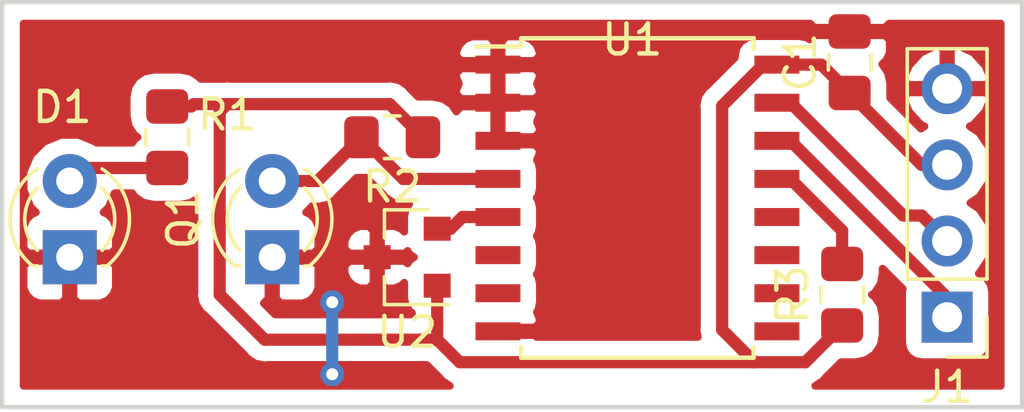
<source format=kicad_pcb>
(kicad_pcb (version 20171130) (host pcbnew 5.0.2-5.0.2)

  (general
    (thickness 1.6)
    (drawings 4)
    (tracks 45)
    (zones 0)
    (modules 9)
    (nets 15)
  )

  (page A4)
  (layers
    (0 F.Cu signal)
    (31 B.Cu signal)
    (32 B.Adhes user hide)
    (33 F.Adhes user)
    (34 B.Paste user hide)
    (35 F.Paste user)
    (36 B.SilkS user hide)
    (37 F.SilkS user)
    (38 B.Mask user hide)
    (39 F.Mask user)
    (40 Dwgs.User user)
    (41 Cmts.User user hide)
    (42 Eco1.User user hide)
    (43 Eco2.User user hide)
    (44 Edge.Cuts user)
    (45 Margin user hide)
    (46 B.CrtYd user hide)
    (47 F.CrtYd user)
    (48 B.Fab user hide)
    (49 F.Fab user hide)
  )

  (setup
    (last_trace_width 0.4064)
    (user_trace_width 0.4064)
    (trace_clearance 0.2)
    (zone_clearance 0.508)
    (zone_45_only no)
    (trace_min 0.4064)
    (segment_width 0.2)
    (edge_width 0.15)
    (via_size 0.8)
    (via_drill 0.4)
    (via_min_size 0.4)
    (via_min_drill 0.3)
    (uvia_size 0.3)
    (uvia_drill 0.1)
    (uvias_allowed no)
    (uvia_min_size 0.2)
    (uvia_min_drill 0.1)
    (pcb_text_width 0.3)
    (pcb_text_size 1.5 1.5)
    (mod_edge_width 0.15)
    (mod_text_size 1 1)
    (mod_text_width 0.15)
    (pad_size 1.524 1.524)
    (pad_drill 0.762)
    (pad_to_mask_clearance 0.051)
    (solder_mask_min_width 0.25)
    (aux_axis_origin 0 0)
    (visible_elements FFFFFF7F)
    (pcbplotparams
      (layerselection 0x010fc_ffffffff)
      (usegerberextensions false)
      (usegerberattributes false)
      (usegerberadvancedattributes false)
      (creategerberjobfile false)
      (excludeedgelayer true)
      (linewidth 0.100000)
      (plotframeref false)
      (viasonmask false)
      (mode 1)
      (useauxorigin false)
      (hpglpennumber 1)
      (hpglpenspeed 20)
      (hpglpendiameter 15.000000)
      (psnegative false)
      (psa4output false)
      (plotreference true)
      (plotvalue true)
      (plotinvisibletext false)
      (padsonsilk false)
      (subtractmaskfromsilk false)
      (outputformat 1)
      (mirror false)
      (drillshape 1)
      (scaleselection 1)
      (outputdirectory ""))
  )

  (net 0 "")
  (net 1 +3V3)
  (net 2 /HALL_OUT)
  (net 3 GND)
  (net 4 /IR_OUT)
  (net 5 "Net-(U1-Pad6)")
  (net 6 "Net-(U1-Pad7)")
  (net 7 "Net-(U1-Pad9)")
  (net 8 "Net-(U1-Pad10)")
  (net 9 "Net-(U1-Pad11)")
  (net 10 "Net-(U1-Pad12)")
  (net 11 "Net-(R3-Pad2)")
  (net 12 "Net-(J1-Pad1)")
  (net 13 "Net-(J1-Pad2)")
  (net 14 "Net-(D1-Pad2)")

  (net_class Default "This is the default net class."
    (clearance 0.2)
    (trace_width 0.4064)
    (via_dia 0.8)
    (via_drill 0.4)
    (uvia_dia 0.3)
    (uvia_drill 0.1)
    (diff_pair_gap 0.25)
    (diff_pair_width 0.4064)
    (add_net +3V3)
    (add_net /HALL_OUT)
    (add_net /IR_OUT)
    (add_net GND)
    (add_net "Net-(D1-Pad2)")
    (add_net "Net-(J1-Pad1)")
    (add_net "Net-(J1-Pad2)")
    (add_net "Net-(R3-Pad2)")
    (add_net "Net-(U1-Pad10)")
    (add_net "Net-(U1-Pad11)")
    (add_net "Net-(U1-Pad12)")
    (add_net "Net-(U1-Pad6)")
    (add_net "Net-(U1-Pad7)")
    (add_net "Net-(U1-Pad9)")
  )

  (module Capacitor_SMD:C_0805_2012Metric_Pad1.15x1.40mm_HandSolder (layer F.Cu) (tedit 5B36C52B) (tstamp 5C8A3E19)
    (at 73.5 93.5 180)
    (descr "Capacitor SMD 0805 (2012 Metric), square (rectangular) end terminal, IPC_7351 nominal with elongated pad for handsoldering. (Body size source: https://docs.google.com/spreadsheets/d/1BsfQQcO9C6DZCsRaXUlFlo91Tg2WpOkGARC1WS5S8t0/edit?usp=sharing), generated with kicad-footprint-generator")
    (tags "capacitor handsolder")
    (path /5C7DBB17)
    (attr smd)
    (fp_text reference R2 (at 0 -1.65 180) (layer F.SilkS)
      (effects (font (size 1 1) (thickness 0.15)))
    )
    (fp_text value 10k (at 0 1.65 180) (layer F.Fab)
      (effects (font (size 1 1) (thickness 0.15)))
    )
    (fp_line (start -1 0.6) (end -1 -0.6) (layer F.Fab) (width 0.1))
    (fp_line (start -1 -0.6) (end 1 -0.6) (layer F.Fab) (width 0.1))
    (fp_line (start 1 -0.6) (end 1 0.6) (layer F.Fab) (width 0.1))
    (fp_line (start 1 0.6) (end -1 0.6) (layer F.Fab) (width 0.1))
    (fp_line (start -0.261252 -0.71) (end 0.261252 -0.71) (layer F.SilkS) (width 0.12))
    (fp_line (start -0.261252 0.71) (end 0.261252 0.71) (layer F.SilkS) (width 0.12))
    (fp_line (start -1.85 0.95) (end -1.85 -0.95) (layer F.CrtYd) (width 0.05))
    (fp_line (start -1.85 -0.95) (end 1.85 -0.95) (layer F.CrtYd) (width 0.05))
    (fp_line (start 1.85 -0.95) (end 1.85 0.95) (layer F.CrtYd) (width 0.05))
    (fp_line (start 1.85 0.95) (end -1.85 0.95) (layer F.CrtYd) (width 0.05))
    (fp_text user %R (at 0 0 180) (layer F.Fab)
      (effects (font (size 0.5 0.5) (thickness 0.08)))
    )
    (pad 1 smd roundrect (at -1.025 0 180) (size 1.15 1.4) (layers F.Cu F.Paste F.Mask) (roundrect_rratio 0.217391)
      (net 1 +3V3))
    (pad 2 smd roundrect (at 1.025 0 180) (size 1.15 1.4) (layers F.Cu F.Paste F.Mask) (roundrect_rratio 0.217391)
      (net 4 /IR_OUT))
    (model ${KISYS3DMOD}/Capacitor_SMD.3dshapes/C_0805_2012Metric.wrl
      (at (xyz 0 0 0))
      (scale (xyz 1 1 1))
      (rotate (xyz 0 0 0))
    )
  )

  (module Capacitor_SMD:C_0805_2012Metric_Pad1.15x1.40mm_HandSolder (layer F.Cu) (tedit 5B36C52B) (tstamp 5C8A3E08)
    (at 66 93.5 270)
    (descr "Capacitor SMD 0805 (2012 Metric), square (rectangular) end terminal, IPC_7351 nominal with elongated pad for handsoldering. (Body size source: https://docs.google.com/spreadsheets/d/1BsfQQcO9C6DZCsRaXUlFlo91Tg2WpOkGARC1WS5S8t0/edit?usp=sharing), generated with kicad-footprint-generator")
    (tags "capacitor handsolder")
    (path /5C7D949D)
    (attr smd)
    (fp_text reference R1 (at -0.75 -2) (layer F.SilkS)
      (effects (font (size 1 1) (thickness 0.15)))
    )
    (fp_text value 39 (at 0 1.65 270) (layer F.Fab)
      (effects (font (size 1 1) (thickness 0.15)))
    )
    (fp_text user %R (at 0 0 270) (layer F.Fab)
      (effects (font (size 0.5 0.5) (thickness 0.08)))
    )
    (fp_line (start 1.85 0.95) (end -1.85 0.95) (layer F.CrtYd) (width 0.05))
    (fp_line (start 1.85 -0.95) (end 1.85 0.95) (layer F.CrtYd) (width 0.05))
    (fp_line (start -1.85 -0.95) (end 1.85 -0.95) (layer F.CrtYd) (width 0.05))
    (fp_line (start -1.85 0.95) (end -1.85 -0.95) (layer F.CrtYd) (width 0.05))
    (fp_line (start -0.261252 0.71) (end 0.261252 0.71) (layer F.SilkS) (width 0.12))
    (fp_line (start -0.261252 -0.71) (end 0.261252 -0.71) (layer F.SilkS) (width 0.12))
    (fp_line (start 1 0.6) (end -1 0.6) (layer F.Fab) (width 0.1))
    (fp_line (start 1 -0.6) (end 1 0.6) (layer F.Fab) (width 0.1))
    (fp_line (start -1 -0.6) (end 1 -0.6) (layer F.Fab) (width 0.1))
    (fp_line (start -1 0.6) (end -1 -0.6) (layer F.Fab) (width 0.1))
    (pad 2 smd roundrect (at 1.025 0 270) (size 1.15 1.4) (layers F.Cu F.Paste F.Mask) (roundrect_rratio 0.217391)
      (net 14 "Net-(D1-Pad2)"))
    (pad 1 smd roundrect (at -1.025 0 270) (size 1.15 1.4) (layers F.Cu F.Paste F.Mask) (roundrect_rratio 0.217391)
      (net 1 +3V3))
    (model ${KISYS3DMOD}/Capacitor_SMD.3dshapes/C_0805_2012Metric.wrl
      (at (xyz 0 0 0))
      (scale (xyz 1 1 1))
      (rotate (xyz 0 0 0))
    )
  )

  (module Capacitor_SMD:C_0805_2012Metric_Pad1.15x1.40mm_HandSolder (layer F.Cu) (tedit 5B36C52B) (tstamp 5C8A3DF7)
    (at 88.75 91 90)
    (descr "Capacitor SMD 0805 (2012 Metric), square (rectangular) end terminal, IPC_7351 nominal with elongated pad for handsoldering. (Body size source: https://docs.google.com/spreadsheets/d/1BsfQQcO9C6DZCsRaXUlFlo91Tg2WpOkGARC1WS5S8t0/edit?usp=sharing), generated with kicad-footprint-generator")
    (tags "capacitor handsolder")
    (path /5C7D40AC)
    (attr smd)
    (fp_text reference C1 (at 0 -1.65 90) (layer F.SilkS)
      (effects (font (size 1 1) (thickness 0.15)))
    )
    (fp_text value 100nF (at 0 1.65 90) (layer F.Fab)
      (effects (font (size 1 1) (thickness 0.15)))
    )
    (fp_line (start -1 0.6) (end -1 -0.6) (layer F.Fab) (width 0.1))
    (fp_line (start -1 -0.6) (end 1 -0.6) (layer F.Fab) (width 0.1))
    (fp_line (start 1 -0.6) (end 1 0.6) (layer F.Fab) (width 0.1))
    (fp_line (start 1 0.6) (end -1 0.6) (layer F.Fab) (width 0.1))
    (fp_line (start -0.261252 -0.71) (end 0.261252 -0.71) (layer F.SilkS) (width 0.12))
    (fp_line (start -0.261252 0.71) (end 0.261252 0.71) (layer F.SilkS) (width 0.12))
    (fp_line (start -1.85 0.95) (end -1.85 -0.95) (layer F.CrtYd) (width 0.05))
    (fp_line (start -1.85 -0.95) (end 1.85 -0.95) (layer F.CrtYd) (width 0.05))
    (fp_line (start 1.85 -0.95) (end 1.85 0.95) (layer F.CrtYd) (width 0.05))
    (fp_line (start 1.85 0.95) (end -1.85 0.95) (layer F.CrtYd) (width 0.05))
    (fp_text user %R (at 0 0 90) (layer F.Fab)
      (effects (font (size 0.5 0.5) (thickness 0.08)))
    )
    (pad 1 smd roundrect (at -1.025 0 90) (size 1.15 1.4) (layers F.Cu F.Paste F.Mask) (roundrect_rratio 0.217391)
      (net 1 +3V3))
    (pad 2 smd roundrect (at 1.025 0 90) (size 1.15 1.4) (layers F.Cu F.Paste F.Mask) (roundrect_rratio 0.217391)
      (net 3 GND))
    (model ${KISYS3DMOD}/Capacitor_SMD.3dshapes/C_0805_2012Metric.wrl
      (at (xyz 0 0 0))
      (scale (xyz 1 1 1))
      (rotate (xyz 0 0 0))
    )
  )

  (module Connector_PinHeader_2.54mm:PinHeader_1x04_P2.54mm_Vertical (layer F.Cu) (tedit 59FED5CC) (tstamp 5C8A3DE6)
    (at 92 99.5 180)
    (descr "Through hole straight pin header, 1x04, 2.54mm pitch, single row")
    (tags "Through hole pin header THT 1x04 2.54mm single row")
    (path /5C7D36D3)
    (fp_text reference J1 (at 0 -2.33 180) (layer F.SilkS)
      (effects (font (size 1 1) (thickness 0.15)))
    )
    (fp_text value "Connector for motherboard" (at 0 9.95 180) (layer F.Fab)
      (effects (font (size 1 1) (thickness 0.15)))
    )
    (fp_line (start -0.635 -1.27) (end 1.27 -1.27) (layer F.Fab) (width 0.1))
    (fp_line (start 1.27 -1.27) (end 1.27 8.89) (layer F.Fab) (width 0.1))
    (fp_line (start 1.27 8.89) (end -1.27 8.89) (layer F.Fab) (width 0.1))
    (fp_line (start -1.27 8.89) (end -1.27 -0.635) (layer F.Fab) (width 0.1))
    (fp_line (start -1.27 -0.635) (end -0.635 -1.27) (layer F.Fab) (width 0.1))
    (fp_line (start -1.33 8.95) (end 1.33 8.95) (layer F.SilkS) (width 0.12))
    (fp_line (start -1.33 1.27) (end -1.33 8.95) (layer F.SilkS) (width 0.12))
    (fp_line (start 1.33 1.27) (end 1.33 8.95) (layer F.SilkS) (width 0.12))
    (fp_line (start -1.33 1.27) (end 1.33 1.27) (layer F.SilkS) (width 0.12))
    (fp_line (start -1.33 0) (end -1.33 -1.33) (layer F.SilkS) (width 0.12))
    (fp_line (start -1.33 -1.33) (end 0 -1.33) (layer F.SilkS) (width 0.12))
    (fp_line (start -1.8 -1.8) (end -1.8 9.4) (layer F.CrtYd) (width 0.05))
    (fp_line (start -1.8 9.4) (end 1.8 9.4) (layer F.CrtYd) (width 0.05))
    (fp_line (start 1.8 9.4) (end 1.8 -1.8) (layer F.CrtYd) (width 0.05))
    (fp_line (start 1.8 -1.8) (end -1.8 -1.8) (layer F.CrtYd) (width 0.05))
    (fp_text user %R (at 0 3.81 270) (layer F.Fab)
      (effects (font (size 1 1) (thickness 0.15)))
    )
    (pad 1 thru_hole rect (at 0 0 180) (size 1.7 1.7) (drill 1) (layers *.Cu *.Mask)
      (net 12 "Net-(J1-Pad1)"))
    (pad 2 thru_hole oval (at 0 2.54 180) (size 1.7 1.7) (drill 1) (layers *.Cu *.Mask)
      (net 13 "Net-(J1-Pad2)"))
    (pad 3 thru_hole oval (at 0 5.08 180) (size 1.7 1.7) (drill 1) (layers *.Cu *.Mask)
      (net 1 +3V3))
    (pad 4 thru_hole oval (at 0 7.62 180) (size 1.7 1.7) (drill 1) (layers *.Cu *.Mask)
      (net 3 GND))
    (model ${KISYS3DMOD}/Connector_PinHeader_2.54mm.3dshapes/PinHeader_1x04_P2.54mm_Vertical.wrl
      (at (xyz 0 0 0))
      (scale (xyz 1 1 1))
      (rotate (xyz 0 0 0))
    )
  )

  (module Package_TO_SOT_SMD:SOT-23 (layer F.Cu) (tedit 5A02FF57) (tstamp 5C8A3D3A)
    (at 74 97.5 180)
    (descr "SOT-23, Standard")
    (tags SOT-23)
    (path /5C7D5CA9)
    (attr smd)
    (fp_text reference U2 (at 0 -2.5 180) (layer F.SilkS)
      (effects (font (size 1 1) (thickness 0.15)))
    )
    (fp_text value SS360PT (at 0 2.5 180) (layer F.Fab)
      (effects (font (size 1 1) (thickness 0.15)))
    )
    (fp_text user %R (at 0 0 270) (layer F.Fab)
      (effects (font (size 0.5 0.5) (thickness 0.075)))
    )
    (fp_line (start -0.7 -0.95) (end -0.7 1.5) (layer F.Fab) (width 0.1))
    (fp_line (start -0.15 -1.52) (end 0.7 -1.52) (layer F.Fab) (width 0.1))
    (fp_line (start -0.7 -0.95) (end -0.15 -1.52) (layer F.Fab) (width 0.1))
    (fp_line (start 0.7 -1.52) (end 0.7 1.52) (layer F.Fab) (width 0.1))
    (fp_line (start -0.7 1.52) (end 0.7 1.52) (layer F.Fab) (width 0.1))
    (fp_line (start 0.76 1.58) (end 0.76 0.65) (layer F.SilkS) (width 0.12))
    (fp_line (start 0.76 -1.58) (end 0.76 -0.65) (layer F.SilkS) (width 0.12))
    (fp_line (start -1.7 -1.75) (end 1.7 -1.75) (layer F.CrtYd) (width 0.05))
    (fp_line (start 1.7 -1.75) (end 1.7 1.75) (layer F.CrtYd) (width 0.05))
    (fp_line (start 1.7 1.75) (end -1.7 1.75) (layer F.CrtYd) (width 0.05))
    (fp_line (start -1.7 1.75) (end -1.7 -1.75) (layer F.CrtYd) (width 0.05))
    (fp_line (start 0.76 -1.58) (end -1.4 -1.58) (layer F.SilkS) (width 0.12))
    (fp_line (start 0.76 1.58) (end -0.7 1.58) (layer F.SilkS) (width 0.12))
    (pad 1 smd rect (at -1 -0.95 180) (size 0.9 0.8) (layers F.Cu F.Paste F.Mask)
      (net 1 +3V3))
    (pad 2 smd rect (at -1 0.95 180) (size 0.9 0.8) (layers F.Cu F.Paste F.Mask)
      (net 2 /HALL_OUT))
    (pad 3 smd rect (at 1 0 180) (size 0.9 0.8) (layers F.Cu F.Paste F.Mask)
      (net 3 GND))
    (model ${KISYS3DMOD}/Package_TO_SOT_SMD.3dshapes/SOT-23.wrl
      (at (xyz 0 0 0))
      (scale (xyz 1 1 1))
      (rotate (xyz 0 0 0))
    )
  )

  (module Capacitor_SMD:C_0805_2012Metric_Pad1.15x1.40mm_HandSolder (layer F.Cu) (tedit 5B36C52B) (tstamp 5C89ED74)
    (at 88.5 98.75 90)
    (descr "Capacitor SMD 0805 (2012 Metric), square (rectangular) end terminal, IPC_7351 nominal with elongated pad for handsoldering. (Body size source: https://docs.google.com/spreadsheets/d/1BsfQQcO9C6DZCsRaXUlFlo91Tg2WpOkGARC1WS5S8t0/edit?usp=sharing), generated with kicad-footprint-generator")
    (tags "capacitor handsolder")
    (path /5C7D398F)
    (attr smd)
    (fp_text reference R3 (at 0 -1.65 90) (layer F.SilkS)
      (effects (font (size 1 1) (thickness 0.15)))
    )
    (fp_text value 2k (at 0 1.65 90) (layer F.Fab)
      (effects (font (size 1 1) (thickness 0.15)))
    )
    (fp_text user %R (at 0 0 90) (layer F.Fab)
      (effects (font (size 0.5 0.5) (thickness 0.08)))
    )
    (fp_line (start 1.85 0.95) (end -1.85 0.95) (layer F.CrtYd) (width 0.05))
    (fp_line (start 1.85 -0.95) (end 1.85 0.95) (layer F.CrtYd) (width 0.05))
    (fp_line (start -1.85 -0.95) (end 1.85 -0.95) (layer F.CrtYd) (width 0.05))
    (fp_line (start -1.85 0.95) (end -1.85 -0.95) (layer F.CrtYd) (width 0.05))
    (fp_line (start -0.261252 0.71) (end 0.261252 0.71) (layer F.SilkS) (width 0.12))
    (fp_line (start -0.261252 -0.71) (end 0.261252 -0.71) (layer F.SilkS) (width 0.12))
    (fp_line (start 1 0.6) (end -1 0.6) (layer F.Fab) (width 0.1))
    (fp_line (start 1 -0.6) (end 1 0.6) (layer F.Fab) (width 0.1))
    (fp_line (start -1 -0.6) (end 1 -0.6) (layer F.Fab) (width 0.1))
    (fp_line (start -1 0.6) (end -1 -0.6) (layer F.Fab) (width 0.1))
    (pad 2 smd roundrect (at 1.025 0 90) (size 1.15 1.4) (layers F.Cu F.Paste F.Mask) (roundrect_rratio 0.217391)
      (net 11 "Net-(R3-Pad2)"))
    (pad 1 smd roundrect (at -1.025 0 90) (size 1.15 1.4) (layers F.Cu F.Paste F.Mask) (roundrect_rratio 0.217391)
      (net 1 +3V3))
    (model ${KISYS3DMOD}/Capacitor_SMD.3dshapes/C_0805_2012Metric.wrl
      (at (xyz 0 0 0))
      (scale (xyz 1 1 1))
      (rotate (xyz 0 0 0))
    )
  )

  (module LED_THT:LED_D3.0mm_Clear (layer F.Cu) (tedit 5A6C9BC0) (tstamp 5C89ED18)
    (at 69.5 97.5 90)
    (descr "IR-LED, diameter 3.0mm, 2 pins, color: clear")
    (tags "IR infrared LED diameter 3.0mm 2 pins clear")
    (path /5C7D7FA3)
    (fp_text reference Q1 (at 1.27 -2.96 90) (layer F.SilkS)
      (effects (font (size 1 1) (thickness 0.15)))
    )
    (fp_text value LL-304PTC4B-1AD (at 1.27 2.96 90) (layer F.Fab)
      (effects (font (size 1 1) (thickness 0.15)))
    )
    (fp_text user %R (at 1.47 0 90) (layer F.Fab)
      (effects (font (size 0.8 0.8) (thickness 0.12)))
    )
    (fp_line (start -0.23 -1.16619) (end -0.23 1.16619) (layer F.Fab) (width 0.1))
    (fp_line (start -0.29 -1.236) (end -0.29 -1.08) (layer F.SilkS) (width 0.12))
    (fp_line (start -0.29 1.08) (end -0.29 1.236) (layer F.SilkS) (width 0.12))
    (fp_line (start -1.15 -2.25) (end -1.15 2.25) (layer F.CrtYd) (width 0.05))
    (fp_line (start -1.15 2.25) (end 3.7 2.25) (layer F.CrtYd) (width 0.05))
    (fp_line (start 3.7 2.25) (end 3.7 -2.25) (layer F.CrtYd) (width 0.05))
    (fp_line (start 3.7 -2.25) (end -1.15 -2.25) (layer F.CrtYd) (width 0.05))
    (fp_circle (center 1.27 0) (end 2.77 0) (layer F.Fab) (width 0.1))
    (fp_arc (start 1.27 0) (end -0.23 -1.16619) (angle 284.3) (layer F.Fab) (width 0.1))
    (fp_arc (start 1.27 0) (end -0.29 -1.235516) (angle 108.8) (layer F.SilkS) (width 0.12))
    (fp_arc (start 1.27 0) (end -0.29 1.235516) (angle -108.8) (layer F.SilkS) (width 0.12))
    (fp_arc (start 1.27 0) (end 0.229039 -1.08) (angle 87.9) (layer F.SilkS) (width 0.12))
    (fp_arc (start 1.27 0) (end 0.229039 1.08) (angle -87.9) (layer F.SilkS) (width 0.12))
    (pad 1 thru_hole rect (at 0 0 90) (size 1.8 1.8) (drill 0.9) (layers *.Cu *.Mask)
      (net 3 GND))
    (pad 2 thru_hole circle (at 2.54 0 90) (size 1.8 1.8) (drill 0.9) (layers *.Cu *.Mask)
      (net 4 /IR_OUT))
    (model ${KISYS3DMOD}/LED_THT.3dshapes/LED_D3.0mm_Clear.wrl
      (at (xyz 0 0 0))
      (scale (xyz 1 1 1))
      (rotate (xyz 0 0 0))
    )
  )

  (module LED_THT:LED_D3.0mm_IRBlack (layer F.Cu) (tedit 5A6C9BB8) (tstamp 5C89ED04)
    (at 62.75 97.5 90)
    (descr "IR-ED, diameter 3.0mm, 2 pins, color: black")
    (tags "IR infrared LED diameter 3.0mm 2 pins black")
    (path /5C7D885E)
    (fp_text reference D1 (at 5 -0.25 180) (layer F.SilkS)
      (effects (font (size 1 1) (thickness 0.15)))
    )
    (fp_text value TSAL4400 (at 1.27 2.96 90) (layer F.Fab)
      (effects (font (size 1 1) (thickness 0.15)))
    )
    (fp_text user %R (at 1.47 0 90) (layer F.Fab)
      (effects (font (size 0.8 0.8) (thickness 0.12)))
    )
    (fp_line (start -0.23 -1.16619) (end -0.23 1.16619) (layer F.Fab) (width 0.1))
    (fp_line (start -0.29 -1.236) (end -0.29 -1.08) (layer F.SilkS) (width 0.12))
    (fp_line (start -0.29 1.08) (end -0.29 1.236) (layer F.SilkS) (width 0.12))
    (fp_line (start -1.15 -2.25) (end -1.15 2.25) (layer F.CrtYd) (width 0.05))
    (fp_line (start -1.15 2.25) (end 3.7 2.25) (layer F.CrtYd) (width 0.05))
    (fp_line (start 3.7 2.25) (end 3.7 -2.25) (layer F.CrtYd) (width 0.05))
    (fp_line (start 3.7 -2.25) (end -1.15 -2.25) (layer F.CrtYd) (width 0.05))
    (fp_circle (center 1.27 0) (end 2.77 0) (layer F.Fab) (width 0.1))
    (fp_arc (start 1.27 0) (end -0.23 -1.16619) (angle 284.3) (layer F.Fab) (width 0.1))
    (fp_arc (start 1.27 0) (end -0.29 -1.235516) (angle 108.8) (layer F.SilkS) (width 0.12))
    (fp_arc (start 1.27 0) (end -0.29 1.235516) (angle -108.8) (layer F.SilkS) (width 0.12))
    (fp_arc (start 1.27 0) (end 0.229039 -1.08) (angle 87.9) (layer F.SilkS) (width 0.12))
    (fp_arc (start 1.27 0) (end 0.229039 1.08) (angle -87.9) (layer F.SilkS) (width 0.12))
    (pad 1 thru_hole rect (at 0 0 90) (size 1.8 1.8) (drill 0.9) (layers *.Cu *.Mask)
      (net 3 GND))
    (pad 2 thru_hole circle (at 2.54 0 90) (size 1.8 1.8) (drill 0.9) (layers *.Cu *.Mask)
      (net 14 "Net-(D1-Pad2)"))
    (model ${KISYS3DMOD}/LED_THT.3dshapes/LED_D3.0mm_IRBlack.wrl
      (at (xyz 0 0 0))
      (scale (xyz 1 1 1))
      (rotate (xyz 0 0 0))
    )
  )

  (module Package_SO:SOIC-16W_7.5x10.3mm_P1.27mm (layer F.Cu) (tedit 5A02F2D3) (tstamp 5C89ECF0)
    (at 81.675001 95.525001)
    (descr "16-Lead Plastic Small Outline (SO) - Wide, 7.50 mm Body [SOIC] (see Microchip Packaging Specification 00000049BS.pdf)")
    (tags "SOIC 1.27")
    (path /5C7D35CF)
    (attr smd)
    (fp_text reference U1 (at -0.175001 -5.275001) (layer F.SilkS)
      (effects (font (size 1 1) (thickness 0.15)))
    )
    (fp_text value PCF8574 (at 0 6.25) (layer F.Fab)
      (effects (font (size 1 1) (thickness 0.15)))
    )
    (fp_text user %R (at 0 0) (layer F.Fab)
      (effects (font (size 1 1) (thickness 0.15)))
    )
    (fp_line (start -2.75 -5.15) (end 3.75 -5.15) (layer F.Fab) (width 0.15))
    (fp_line (start 3.75 -5.15) (end 3.75 5.15) (layer F.Fab) (width 0.15))
    (fp_line (start 3.75 5.15) (end -3.75 5.15) (layer F.Fab) (width 0.15))
    (fp_line (start -3.75 5.15) (end -3.75 -4.15) (layer F.Fab) (width 0.15))
    (fp_line (start -3.75 -4.15) (end -2.75 -5.15) (layer F.Fab) (width 0.15))
    (fp_line (start -5.65 -5.5) (end -5.65 5.5) (layer F.CrtYd) (width 0.05))
    (fp_line (start 5.65 -5.5) (end 5.65 5.5) (layer F.CrtYd) (width 0.05))
    (fp_line (start -5.65 -5.5) (end 5.65 -5.5) (layer F.CrtYd) (width 0.05))
    (fp_line (start -5.65 5.5) (end 5.65 5.5) (layer F.CrtYd) (width 0.05))
    (fp_line (start -3.875 -5.325) (end -3.875 -5.05) (layer F.SilkS) (width 0.15))
    (fp_line (start 3.875 -5.325) (end 3.875 -4.97) (layer F.SilkS) (width 0.15))
    (fp_line (start 3.875 5.325) (end 3.875 4.97) (layer F.SilkS) (width 0.15))
    (fp_line (start -3.875 5.325) (end -3.875 4.97) (layer F.SilkS) (width 0.15))
    (fp_line (start -3.875 -5.325) (end 3.875 -5.325) (layer F.SilkS) (width 0.15))
    (fp_line (start -3.875 5.325) (end 3.875 5.325) (layer F.SilkS) (width 0.15))
    (fp_line (start -3.875 -5.05) (end -5.4 -5.05) (layer F.SilkS) (width 0.15))
    (pad 1 smd rect (at -4.65 -4.445) (size 1.5 0.6) (layers F.Cu F.Paste F.Mask)
      (net 3 GND))
    (pad 2 smd rect (at -4.65 -3.175) (size 1.5 0.6) (layers F.Cu F.Paste F.Mask)
      (net 3 GND))
    (pad 3 smd rect (at -4.65 -1.905) (size 1.5 0.6) (layers F.Cu F.Paste F.Mask)
      (net 3 GND))
    (pad 4 smd rect (at -4.65 -0.635) (size 1.5 0.6) (layers F.Cu F.Paste F.Mask)
      (net 4 /IR_OUT))
    (pad 5 smd rect (at -4.65 0.635) (size 1.5 0.6) (layers F.Cu F.Paste F.Mask)
      (net 2 /HALL_OUT))
    (pad 6 smd rect (at -4.65 1.905) (size 1.5 0.6) (layers F.Cu F.Paste F.Mask)
      (net 5 "Net-(U1-Pad6)"))
    (pad 7 smd rect (at -4.65 3.175) (size 1.5 0.6) (layers F.Cu F.Paste F.Mask)
      (net 6 "Net-(U1-Pad7)"))
    (pad 8 smd rect (at -4.65 4.445) (size 1.5 0.6) (layers F.Cu F.Paste F.Mask)
      (net 3 GND))
    (pad 9 smd rect (at 4.65 4.445) (size 1.5 0.6) (layers F.Cu F.Paste F.Mask)
      (net 7 "Net-(U1-Pad9)"))
    (pad 10 smd rect (at 4.65 3.175) (size 1.5 0.6) (layers F.Cu F.Paste F.Mask)
      (net 8 "Net-(U1-Pad10)"))
    (pad 11 smd rect (at 4.65 1.905) (size 1.5 0.6) (layers F.Cu F.Paste F.Mask)
      (net 9 "Net-(U1-Pad11)"))
    (pad 12 smd rect (at 4.65 0.635) (size 1.5 0.6) (layers F.Cu F.Paste F.Mask)
      (net 10 "Net-(U1-Pad12)"))
    (pad 13 smd rect (at 4.65 -0.635) (size 1.5 0.6) (layers F.Cu F.Paste F.Mask)
      (net 11 "Net-(R3-Pad2)"))
    (pad 14 smd rect (at 4.65 -1.905) (size 1.5 0.6) (layers F.Cu F.Paste F.Mask)
      (net 12 "Net-(J1-Pad1)"))
    (pad 15 smd rect (at 4.65 -3.175) (size 1.5 0.6) (layers F.Cu F.Paste F.Mask)
      (net 13 "Net-(J1-Pad2)"))
    (pad 16 smd rect (at 4.65 -4.445) (size 1.5 0.6) (layers F.Cu F.Paste F.Mask)
      (net 1 +3V3))
    (model ${KISYS3DMOD}/Package_SO.3dshapes/SOIC-16W_7.5x10.3mm_P1.27mm.wrl
      (at (xyz 0 0 0))
      (scale (xyz 1 1 1))
      (rotate (xyz 0 0 0))
    )
  )

  (gr_line (start 94.5 89) (end 60.5 89) (layer Edge.Cuts) (width 0.15))
  (gr_line (start 94.5 102.5) (end 94.5 89) (layer Edge.Cuts) (width 0.15))
  (gr_line (start 60.5 102.5) (end 94.5 102.5) (layer Edge.Cuts) (width 0.15))
  (gr_line (start 60.5 89) (end 60.5 102.5) (layer Edge.Cuts) (width 0.15))

  (segment (start 87.805001 91.080001) (end 88.75 92.025) (width 0.4064) (layer F.Cu) (net 1))
  (segment (start 86.325001 91.080001) (end 87.805001 91.080001) (width 0.4064) (layer F.Cu) (net 1))
  (segment (start 91.145 94.42) (end 92 94.42) (width 0.4064) (layer F.Cu) (net 1))
  (segment (start 88.75 92.025) (end 91.145 94.42) (width 0.4064) (layer F.Cu) (net 1))
  (segment (start 85.579238 101) (end 84.5 99.920762) (width 0.4064) (layer F.Cu) (net 1))
  (segment (start 85.875001 91.080001) (end 86.325001 91.080001) (width 0.4064) (layer F.Cu) (net 1))
  (segment (start 84.5 92.455002) (end 85.875001 91.080001) (width 0.4064) (layer F.Cu) (net 1))
  (segment (start 84.5 99.920762) (end 84.5 92.455002) (width 0.4064) (layer F.Cu) (net 1))
  (segment (start 87.275 101) (end 85.579238 101) (width 0.4064) (layer F.Cu) (net 1))
  (segment (start 88.5 99.775) (end 87.275 101) (width 0.4064) (layer F.Cu) (net 1))
  (segment (start 75.75 101) (end 85.579238 101) (width 0.4064) (layer F.Cu) (net 1))
  (segment (start 75 98.45) (end 75 100.25) (width 0.4064) (layer F.Cu) (net 1))
  (segment (start 75 100.25) (end 75.75 101) (width 0.4064) (layer F.Cu) (net 1))
  (segment (start 73.901628 92.876628) (end 74.525 93.5) (width 0.4064) (layer F.Cu) (net 1))
  (segment (start 66.8 92.475) (end 66.87821 92.39679) (width 0.4064) (layer F.Cu) (net 1))
  (segment (start 73.42179 92.39679) (end 73.901628 92.876628) (width 0.4064) (layer F.Cu) (net 1))
  (segment (start 66 92.475) (end 66.8 92.475) (width 0.4064) (layer F.Cu) (net 1))
  (segment (start 66.87821 92.39679) (end 68 92.39679) (width 0.4064) (layer F.Cu) (net 1))
  (segment (start 68 92.39679) (end 73.42179 92.39679) (width 0.4064) (layer F.Cu) (net 1))
  (segment (start 67.75 98.75) (end 69.25 100.25) (width 0.4064) (layer F.Cu) (net 1))
  (segment (start 69.25 100.25) (end 75 100.25) (width 0.4064) (layer F.Cu) (net 1))
  (segment (start 68 92.39679) (end 67.75 92.64679) (width 0.4064) (layer F.Cu) (net 1))
  (segment (start 67.75 92.64679) (end 67.75 98.75) (width 0.4064) (layer F.Cu) (net 1))
  (segment (start 75 96.55) (end 75.45 96.55) (width 0.4064) (layer F.Cu) (net 2))
  (segment (start 75.839999 96.160001) (end 77.025001 96.160001) (width 0.4064) (layer F.Cu) (net 2))
  (segment (start 75.45 96.55) (end 75.839999 96.160001) (width 0.4064) (layer F.Cu) (net 2))
  (via (at 71.5 99) (size 0.8) (drill 0.4) (layers F.Cu B.Cu) (net 3))
  (via (at 71.5 101.4) (size 0.8) (drill 0.4) (layers F.Cu B.Cu) (net 3))
  (segment (start 71.5 99) (end 71.5 101.4) (width 0.4064) (layer B.Cu) (net 3))
  (segment (start 71.015 94.96) (end 72.475 93.5) (width 0.4064) (layer F.Cu) (net 4))
  (segment (start 69.5 94.96) (end 71.015 94.96) (width 0.4064) (layer F.Cu) (net 4))
  (segment (start 73.865001 94.890001) (end 77.025001 94.890001) (width 0.4064) (layer F.Cu) (net 4))
  (segment (start 72.475 93.5) (end 73.865001 94.890001) (width 0.4064) (layer F.Cu) (net 4))
  (segment (start 86.775001 94.890001) (end 86.325001 94.890001) (width 0.4064) (layer F.Cu) (net 11))
  (segment (start 88.5 96.615) (end 86.775001 94.890001) (width 0.4064) (layer F.Cu) (net 11))
  (segment (start 88.5 97.725) (end 88.5 96.615) (width 0.4064) (layer F.Cu) (net 11))
  (segment (start 92 98.845) (end 92 99.5) (width 0.4064) (layer F.Cu) (net 12))
  (segment (start 86.775001 93.620001) (end 92 98.845) (width 0.4064) (layer F.Cu) (net 12))
  (segment (start 86.325001 93.620001) (end 86.775001 93.620001) (width 0.4064) (layer F.Cu) (net 12))
  (segment (start 91.150001 96.110001) (end 92 96.96) (width 0.4064) (layer F.Cu) (net 13))
  (segment (start 90.535001 96.110001) (end 91.150001 96.110001) (width 0.4064) (layer F.Cu) (net 13))
  (segment (start 86.775001 92.350001) (end 90.535001 96.110001) (width 0.4064) (layer F.Cu) (net 13))
  (segment (start 86.325001 92.350001) (end 86.775001 92.350001) (width 0.4064) (layer F.Cu) (net 13))
  (segment (start 63.185 94.525) (end 62.75 94.96) (width 0.4064) (layer F.Cu) (net 14))
  (segment (start 66 94.525) (end 63.185 94.525) (width 0.4064) (layer F.Cu) (net 14))

  (zone (net 3) (net_name GND) (layer F.Cu) (tstamp 0) (hatch edge 0.508)
    (connect_pads (clearance 0.508))
    (min_thickness 0.254)
    (fill yes (arc_segments 16) (thermal_gap 0.508) (thermal_bridge_width 0.508))
    (polygon
      (pts
        (xy 60.5 89) (xy 60.5 102.5) (xy 94.5 102.5) (xy 94.5 89)
      )
    )
    (filled_polygon
      (pts
        (xy 87.57375 89.848) (xy 88.623 89.848) (xy 88.623 89.828) (xy 88.877 89.828) (xy 88.877 89.848)
        (xy 89.92625 89.848) (xy 90.06425 89.71) (xy 93.790001 89.71) (xy 93.79 101.79) (xy 87.599872 101.79)
        (xy 87.602049 101.789567) (xy 87.879308 101.604308) (xy 87.926072 101.534321) (xy 88.462953 100.99744) (xy 88.950001 100.99744)
        (xy 89.293436 100.929127) (xy 89.584586 100.734586) (xy 89.779127 100.443436) (xy 89.84744 100.100001) (xy 89.84744 99.449999)
        (xy 89.779127 99.106564) (xy 89.584586 98.815414) (xy 89.486687 98.75) (xy 89.584586 98.684586) (xy 89.779127 98.393436)
        (xy 89.84744 98.050001) (xy 89.84744 97.877834) (xy 90.521979 98.552373) (xy 90.50256 98.65) (xy 90.50256 100.35)
        (xy 90.551843 100.597765) (xy 90.692191 100.807809) (xy 90.902235 100.948157) (xy 91.15 100.99744) (xy 92.85 100.99744)
        (xy 93.097765 100.948157) (xy 93.307809 100.807809) (xy 93.448157 100.597765) (xy 93.49744 100.35) (xy 93.49744 98.65)
        (xy 93.448157 98.402235) (xy 93.307809 98.192191) (xy 93.097765 98.051843) (xy 93.052381 98.042816) (xy 93.070625 98.030625)
        (xy 93.398839 97.539418) (xy 93.514092 96.96) (xy 93.398839 96.380582) (xy 93.070625 95.889375) (xy 92.772239 95.69)
        (xy 93.070625 95.490625) (xy 93.398839 94.999418) (xy 93.514092 94.42) (xy 93.398839 93.840582) (xy 93.070625 93.349375)
        (xy 92.751522 93.136157) (xy 92.881358 93.075183) (xy 93.271645 92.646924) (xy 93.441476 92.23689) (xy 93.320155 92.007)
        (xy 92.127 92.007) (xy 92.127 92.027) (xy 91.873 92.027) (xy 91.873 92.007) (xy 90.679845 92.007)
        (xy 90.558524 92.23689) (xy 90.728355 92.646924) (xy 91.118642 93.075183) (xy 91.248478 93.136157) (xy 91.127432 93.217038)
        (xy 90.09744 92.187047) (xy 90.09744 91.699999) (xy 90.062255 91.52311) (xy 90.558524 91.52311) (xy 90.679845 91.753)
        (xy 91.873 91.753) (xy 91.873 90.559181) (xy 92.127 90.559181) (xy 92.127 91.753) (xy 93.320155 91.753)
        (xy 93.441476 91.52311) (xy 93.271645 91.113076) (xy 92.881358 90.684817) (xy 92.356892 90.438514) (xy 92.127 90.559181)
        (xy 91.873 90.559181) (xy 91.643108 90.438514) (xy 91.118642 90.684817) (xy 90.728355 91.113076) (xy 90.558524 91.52311)
        (xy 90.062255 91.52311) (xy 90.029127 91.356564) (xy 89.834586 91.065414) (xy 89.833403 91.064623) (xy 89.988327 90.909698)
        (xy 90.085 90.676309) (xy 90.085 90.26075) (xy 89.92625 90.102) (xy 88.877 90.102) (xy 88.877 90.122)
        (xy 88.623 90.122) (xy 88.623 90.102) (xy 87.57375 90.102) (xy 87.433949 90.241801) (xy 87.412497 90.241801)
        (xy 87.322766 90.181844) (xy 87.075001 90.132561) (xy 85.575001 90.132561) (xy 85.327236 90.181844) (xy 85.117192 90.322192)
        (xy 84.976844 90.532236) (xy 84.927561 90.780001) (xy 84.927561 90.842047) (xy 83.965677 91.803932) (xy 83.895693 91.850694)
        (xy 83.848931 91.920678) (xy 83.848929 91.92068) (xy 83.710434 92.127953) (xy 83.64538 92.455002) (xy 83.661801 92.537556)
        (xy 83.6618 99.838213) (xy 83.64538 99.920762) (xy 83.6618 100.003311) (xy 83.6618 100.003315) (xy 83.693325 100.1618)
        (xy 78.31605 100.1618) (xy 78.251251 100.097001) (xy 77.152001 100.097001) (xy 77.152001 100.117001) (xy 76.898001 100.117001)
        (xy 76.898001 100.097001) (xy 76.878001 100.097001) (xy 76.878001 99.843001) (xy 76.898001 99.843001) (xy 76.898001 99.823001)
        (xy 77.152001 99.823001) (xy 77.152001 99.843001) (xy 78.251251 99.843001) (xy 78.410001 99.684251) (xy 78.410001 99.543691)
        (xy 78.320233 99.326973) (xy 78.373158 99.247766) (xy 78.422441 99.000001) (xy 78.422441 98.400001) (xy 78.373158 98.152236)
        (xy 78.314869 98.065001) (xy 78.373158 97.977766) (xy 78.422441 97.730001) (xy 78.422441 97.130001) (xy 78.373158 96.882236)
        (xy 78.314869 96.795001) (xy 78.373158 96.707766) (xy 78.422441 96.460001) (xy 78.422441 95.860001) (xy 78.373158 95.612236)
        (xy 78.314869 95.525001) (xy 78.373158 95.437766) (xy 78.422441 95.190001) (xy 78.422441 94.590001) (xy 78.373158 94.342236)
        (xy 78.320233 94.263029) (xy 78.410001 94.046311) (xy 78.410001 93.905751) (xy 78.251251 93.747001) (xy 77.152001 93.747001)
        (xy 77.152001 93.767001) (xy 76.898001 93.767001) (xy 76.898001 93.747001) (xy 76.878001 93.747001) (xy 76.878001 93.493001)
        (xy 76.898001 93.493001) (xy 76.898001 92.477001) (xy 77.152001 92.477001) (xy 77.152001 93.493001) (xy 78.251251 93.493001)
        (xy 78.410001 93.334251) (xy 78.410001 93.193691) (xy 78.323559 92.985001) (xy 78.410001 92.776311) (xy 78.410001 92.635751)
        (xy 78.251251 92.477001) (xy 77.152001 92.477001) (xy 76.898001 92.477001) (xy 75.798751 92.477001) (xy 75.640001 92.635751)
        (xy 75.640001 92.648008) (xy 75.484586 92.415414) (xy 75.193436 92.220873) (xy 74.850001 92.15256) (xy 74.362953 92.15256)
        (xy 74.072862 91.862469) (xy 74.026098 91.792482) (xy 73.748839 91.607223) (xy 73.504344 91.55859) (xy 73.504339 91.55859)
        (xy 73.42179 91.54217) (xy 73.339241 91.55859) (xy 68.082548 91.55859) (xy 67.999999 91.54217) (xy 67.91745 91.55859)
        (xy 67.113435 91.55859) (xy 67.084586 91.515414) (xy 66.860601 91.365751) (xy 75.640001 91.365751) (xy 75.640001 91.506311)
        (xy 75.726443 91.715001) (xy 75.640001 91.923691) (xy 75.640001 92.064251) (xy 75.798751 92.223001) (xy 76.898001 92.223001)
        (xy 76.898001 91.207001) (xy 77.152001 91.207001) (xy 77.152001 92.223001) (xy 78.251251 92.223001) (xy 78.410001 92.064251)
        (xy 78.410001 91.923691) (xy 78.323559 91.715001) (xy 78.410001 91.506311) (xy 78.410001 91.365751) (xy 78.251251 91.207001)
        (xy 77.152001 91.207001) (xy 76.898001 91.207001) (xy 75.798751 91.207001) (xy 75.640001 91.365751) (xy 66.860601 91.365751)
        (xy 66.793436 91.320873) (xy 66.450001 91.25256) (xy 65.549999 91.25256) (xy 65.206564 91.320873) (xy 64.915414 91.515414)
        (xy 64.720873 91.806564) (xy 64.65256 92.149999) (xy 64.65256 92.800001) (xy 64.720873 93.143436) (xy 64.915414 93.434586)
        (xy 65.013313 93.5) (xy 64.915414 93.565414) (xy 64.834306 93.6868) (xy 63.647617 93.6868) (xy 63.619507 93.65869)
        (xy 63.05533 93.425) (xy 62.44467 93.425) (xy 61.880493 93.65869) (xy 61.44869 94.090493) (xy 61.215 94.65467)
        (xy 61.215 95.26533) (xy 61.44869 95.829507) (xy 61.625044 96.005861) (xy 61.490301 96.061673) (xy 61.311673 96.240302)
        (xy 61.215 96.473691) (xy 61.215 97.21425) (xy 61.37375 97.373) (xy 62.623 97.373) (xy 62.623 97.353)
        (xy 62.877 97.353) (xy 62.877 97.373) (xy 64.12625 97.373) (xy 64.285 97.21425) (xy 64.285 96.473691)
        (xy 64.188327 96.240302) (xy 64.009699 96.061673) (xy 63.874956 96.005861) (xy 64.05131 95.829507) (xy 64.244461 95.3632)
        (xy 64.834306 95.3632) (xy 64.915414 95.484586) (xy 65.206564 95.679127) (xy 65.549999 95.74744) (xy 66.450001 95.74744)
        (xy 66.793436 95.679127) (xy 66.9118 95.600038) (xy 66.911801 98.667446) (xy 66.89538 98.75) (xy 66.960434 99.077049)
        (xy 67.098929 99.284322) (xy 67.098931 99.284324) (xy 67.145693 99.354308) (xy 67.215677 99.40107) (xy 68.59893 100.784324)
        (xy 68.645692 100.854308) (xy 68.715676 100.90107) (xy 68.715677 100.901071) (xy 68.829245 100.976955) (xy 68.922951 101.039567)
        (xy 69.167446 101.0882) (xy 69.16745 101.0882) (xy 69.249999 101.10462) (xy 69.332548 101.0882) (xy 74.652807 101.0882)
        (xy 75.09893 101.534324) (xy 75.145692 101.604308) (xy 75.215676 101.65107) (xy 75.215677 101.651071) (xy 75.329245 101.726955)
        (xy 75.422951 101.789567) (xy 75.425128 101.79) (xy 61.21 101.79) (xy 61.21 97.78575) (xy 61.215 97.78575)
        (xy 61.215 98.526309) (xy 61.311673 98.759698) (xy 61.490301 98.938327) (xy 61.72369 99.035) (xy 62.46425 99.035)
        (xy 62.623 98.87625) (xy 62.623 97.627) (xy 62.877 97.627) (xy 62.877 98.87625) (xy 63.03575 99.035)
        (xy 63.77631 99.035) (xy 64.009699 98.938327) (xy 64.188327 98.759698) (xy 64.285 98.526309) (xy 64.285 97.78575)
        (xy 64.12625 97.627) (xy 62.877 97.627) (xy 62.623 97.627) (xy 61.37375 97.627) (xy 61.215 97.78575)
        (xy 61.21 97.78575) (xy 61.21 90.653691) (xy 75.640001 90.653691) (xy 75.640001 90.794251) (xy 75.798751 90.953001)
        (xy 76.898001 90.953001) (xy 76.898001 90.303751) (xy 77.152001 90.303751) (xy 77.152001 90.953001) (xy 78.251251 90.953001)
        (xy 78.410001 90.794251) (xy 78.410001 90.653691) (xy 78.313328 90.420302) (xy 78.134699 90.241674) (xy 77.90131 90.145001)
        (xy 77.310751 90.145001) (xy 77.152001 90.303751) (xy 76.898001 90.303751) (xy 76.739251 90.145001) (xy 76.148692 90.145001)
        (xy 75.915303 90.241674) (xy 75.736674 90.420302) (xy 75.640001 90.653691) (xy 61.21 90.653691) (xy 61.21 89.71)
        (xy 87.43575 89.71)
      )
    )
    (filled_polygon
      (pts
        (xy 73.213931 95.424325) (xy 73.260693 95.494309) (xy 73.330677 95.541071) (xy 73.330678 95.541072) (xy 73.38247 95.575678)
        (xy 73.537952 95.679568) (xy 73.782447 95.728201) (xy 73.782451 95.728201) (xy 73.865 95.744621) (xy 73.947549 95.728201)
        (xy 74.06813 95.728201) (xy 73.951843 95.902235) (xy 73.90256 96.15) (xy 73.90256 96.654534) (xy 73.809698 96.561673)
        (xy 73.576309 96.465) (xy 73.28575 96.465) (xy 73.127 96.62375) (xy 73.127 97.373) (xy 73.92625 97.373)
        (xy 74.011781 97.287469) (xy 74.092191 97.407809) (xy 74.230164 97.5) (xy 74.092191 97.592191) (xy 74.011781 97.712531)
        (xy 73.92625 97.627) (xy 73.127 97.627) (xy 73.127 98.37625) (xy 73.28575 98.535) (xy 73.576309 98.535)
        (xy 73.809698 98.438327) (xy 73.90256 98.345466) (xy 73.90256 98.85) (xy 73.951843 99.097765) (xy 74.092191 99.307809)
        (xy 74.161801 99.354321) (xy 74.161801 99.4118) (xy 69.597194 99.4118) (xy 69.217322 99.031928) (xy 69.373 98.87625)
        (xy 69.373 97.627) (xy 69.627 97.627) (xy 69.627 98.87625) (xy 69.78575 99.035) (xy 70.52631 99.035)
        (xy 70.759699 98.938327) (xy 70.938327 98.759698) (xy 71.035 98.526309) (xy 71.035 97.78575) (xy 71.915 97.78575)
        (xy 71.915 98.02631) (xy 72.011673 98.259699) (xy 72.190302 98.438327) (xy 72.423691 98.535) (xy 72.71425 98.535)
        (xy 72.873 98.37625) (xy 72.873 97.627) (xy 72.07375 97.627) (xy 71.915 97.78575) (xy 71.035 97.78575)
        (xy 70.87625 97.627) (xy 69.627 97.627) (xy 69.373 97.627) (xy 69.353 97.627) (xy 69.353 97.373)
        (xy 69.373 97.373) (xy 69.373 97.353) (xy 69.627 97.353) (xy 69.627 97.373) (xy 70.87625 97.373)
        (xy 71.035 97.21425) (xy 71.035 96.97369) (xy 71.915 96.97369) (xy 71.915 97.21425) (xy 72.07375 97.373)
        (xy 72.873 97.373) (xy 72.873 96.62375) (xy 72.71425 96.465) (xy 72.423691 96.465) (xy 72.190302 96.561673)
        (xy 72.011673 96.740301) (xy 71.915 96.97369) (xy 71.035 96.97369) (xy 71.035 96.473691) (xy 70.938327 96.240302)
        (xy 70.759699 96.061673) (xy 70.624956 96.005861) (xy 70.80131 95.829507) (xy 70.814278 95.7982) (xy 70.932451 95.7982)
        (xy 71.015 95.81462) (xy 71.097549 95.7982) (xy 71.097554 95.7982) (xy 71.342049 95.749567) (xy 71.619308 95.564308)
        (xy 71.666072 95.494321) (xy 72.312953 94.84744) (xy 72.637046 94.84744)
      )
    )
  )
)

</source>
